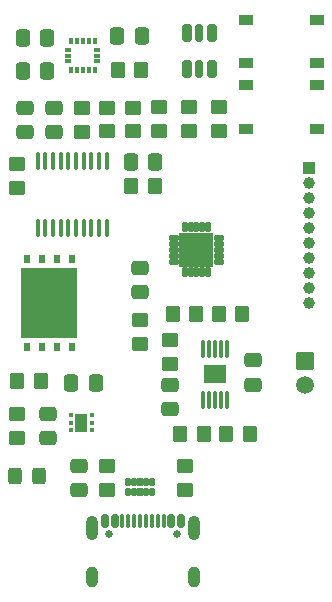
<source format=gbr>
%TF.GenerationSoftware,KiCad,Pcbnew,9.0.4*%
%TF.CreationDate,2025-09-15T16:29:57+02:00*%
%TF.ProjectId,stm32-mcu,73746d33-322d-46d6-9375-2e6b69636164,rev?*%
%TF.SameCoordinates,Original*%
%TF.FileFunction,Soldermask,Top*%
%TF.FilePolarity,Negative*%
%FSLAX46Y46*%
G04 Gerber Fmt 4.6, Leading zero omitted, Abs format (unit mm)*
G04 Created by KiCad (PCBNEW 9.0.4) date 2025-09-15 16:29:57*
%MOMM*%
%LPD*%
G01*
G04 APERTURE LIST*
G04 Aperture macros list*
%AMRoundRect*
0 Rectangle with rounded corners*
0 $1 Rounding radius*
0 $2 $3 $4 $5 $6 $7 $8 $9 X,Y pos of 4 corners*
0 Add a 4 corners polygon primitive as box body*
4,1,4,$2,$3,$4,$5,$6,$7,$8,$9,$2,$3,0*
0 Add four circle primitives for the rounded corners*
1,1,$1+$1,$2,$3*
1,1,$1+$1,$4,$5*
1,1,$1+$1,$6,$7*
1,1,$1+$1,$8,$9*
0 Add four rect primitives between the rounded corners*
20,1,$1+$1,$2,$3,$4,$5,0*
20,1,$1+$1,$4,$5,$6,$7,0*
20,1,$1+$1,$6,$7,$8,$9,0*
20,1,$1+$1,$8,$9,$2,$3,0*%
G04 Aperture macros list end*
%ADD10RoundRect,0.160000X-0.240000X0.565000X-0.240000X-0.565000X0.240000X-0.565000X0.240000X0.565000X0*%
%ADD11RoundRect,0.120000X-0.180000X0.605000X-0.180000X-0.605000X0.180000X-0.605000X0.180000X0.605000X0*%
%ADD12RoundRect,0.087500X0.087500X-0.187500X0.087500X0.187500X-0.087500X0.187500X-0.087500X-0.187500X0*%
%ADD13RoundRect,0.087500X0.187500X-0.087500X0.187500X0.087500X-0.187500X0.087500X-0.187500X-0.087500X0*%
%ADD14C,0.650000*%
%ADD15RoundRect,0.150000X-0.150000X-0.425000X0.150000X-0.425000X0.150000X0.425000X-0.150000X0.425000X0*%
%ADD16RoundRect,0.075000X-0.075000X-0.500000X0.075000X-0.500000X0.075000X0.500000X-0.075000X0.500000X0*%
%ADD17O,1.000000X2.100000*%
%ADD18O,1.000000X1.800000*%
%ADD19RoundRect,0.250000X-0.450000X0.350000X-0.450000X-0.350000X0.450000X-0.350000X0.450000X0.350000X0*%
%ADD20RoundRect,0.250000X-0.475000X0.337500X-0.475000X-0.337500X0.475000X-0.337500X0.475000X0.337500X0*%
%ADD21RoundRect,0.250000X-0.350000X-0.450000X0.350000X-0.450000X0.350000X0.450000X-0.350000X0.450000X0*%
%ADD22RoundRect,0.250000X0.475000X-0.337500X0.475000X0.337500X-0.475000X0.337500X-0.475000X-0.337500X0*%
%ADD23RoundRect,0.250000X0.450000X-0.350000X0.450000X0.350000X-0.450000X0.350000X-0.450000X-0.350000X0*%
%ADD24RoundRect,0.250000X0.337500X0.475000X-0.337500X0.475000X-0.337500X-0.475000X0.337500X-0.475000X0*%
%ADD25RoundRect,0.250000X0.325000X0.450000X-0.325000X0.450000X-0.325000X-0.450000X0.325000X-0.450000X0*%
%ADD26RoundRect,0.250000X-0.337500X-0.475000X0.337500X-0.475000X0.337500X0.475000X-0.337500X0.475000X0*%
%ADD27RoundRect,0.250000X0.350000X0.450000X-0.350000X0.450000X-0.350000X-0.450000X0.350000X-0.450000X0*%
%ADD28R,1.000000X1.000000*%
%ADD29C,1.000000*%
%ADD30RoundRect,0.102000X0.125000X-0.250000X0.125000X0.250000X-0.125000X0.250000X-0.125000X-0.250000X0*%
%ADD31RoundRect,0.102000X0.225000X-0.250000X0.225000X0.250000X-0.225000X0.250000X-0.225000X-0.250000X0*%
%ADD32RoundRect,0.125280X-0.331720X-0.106720X0.331720X-0.106720X0.331720X0.106720X-0.331720X0.106720X0*%
%ADD33RoundRect,0.125280X-0.106720X-0.331720X0.106720X-0.331720X0.106720X0.331720X-0.106720X0.331720X0*%
%ADD34RoundRect,0.102000X-1.350000X-1.350000X1.350000X-1.350000X1.350000X1.350000X-1.350000X1.350000X0*%
%ADD35RoundRect,0.102000X-0.500000X-0.350000X0.500000X-0.350000X0.500000X0.350000X-0.500000X0.350000X0*%
%ADD36R,0.508000X0.660400*%
%ADD37R,4.800600X5.994400*%
%ADD38RoundRect,0.093750X-0.093750X-0.106250X0.093750X-0.106250X0.093750X0.106250X-0.093750X0.106250X0*%
%ADD39R,1.000000X1.600000*%
%ADD40RoundRect,0.075000X0.075000X-0.650000X0.075000X0.650000X-0.075000X0.650000X-0.075000X-0.650000X0*%
%ADD41R,1.880000X1.570000*%
%ADD42RoundRect,0.100000X-0.100000X0.637500X-0.100000X-0.637500X0.100000X-0.637500X0.100000X0.637500X0*%
%ADD43RoundRect,0.102000X0.654000X-0.654000X0.654000X0.654000X-0.654000X0.654000X-0.654000X-0.654000X0*%
%ADD44C,1.512000*%
G04 APERTURE END LIST*
D10*
%TO.C,D2*%
X145805387Y-73754149D03*
D11*
X144755387Y-73754149D03*
D10*
X143705387Y-73754149D03*
X143705387Y-76804149D03*
D11*
X144755387Y-76804149D03*
D10*
X145805387Y-76804149D03*
%TD*%
D12*
%TO.C,U4*%
X133884752Y-76858842D03*
X134384752Y-76858842D03*
X134884752Y-76858842D03*
X135384752Y-76858842D03*
X135884752Y-76858842D03*
D13*
X136109752Y-76133842D03*
X136109752Y-75633842D03*
X136109752Y-75133842D03*
D12*
X135884752Y-74408842D03*
X135384752Y-74408842D03*
X134884752Y-74408842D03*
X134384752Y-74408842D03*
X133884752Y-74408842D03*
D13*
X133659752Y-75133842D03*
X133659752Y-75633842D03*
X133659752Y-76133842D03*
%TD*%
D14*
%TO.C,J1*%
X137085387Y-116104149D03*
X142865387Y-116104149D03*
D15*
X136775387Y-115029149D03*
X137575387Y-115029149D03*
D16*
X138725387Y-115029149D03*
X139725387Y-115029149D03*
X140225387Y-115029149D03*
X141225387Y-115029149D03*
D15*
X142375387Y-115029149D03*
X143175387Y-115029149D03*
X143175387Y-115029149D03*
X142375387Y-115029149D03*
D16*
X141725387Y-115029149D03*
X140725387Y-115029149D03*
X139225387Y-115029149D03*
X138225387Y-115029149D03*
D15*
X137575387Y-115029149D03*
X136775387Y-115029149D03*
D17*
X135655387Y-115604149D03*
D18*
X135655387Y-119784149D03*
D17*
X144295387Y-115604149D03*
D18*
X144295387Y-119784149D03*
%TD*%
D19*
%TO.C,R18*%
X143900387Y-80009149D03*
X143900387Y-82009149D03*
%TD*%
D20*
%TO.C,C14*%
X149310000Y-101430000D03*
X149310000Y-103505000D03*
%TD*%
D19*
%TO.C,R9*%
X136966658Y-80055547D03*
X136966658Y-82055547D03*
%TD*%
D21*
%TO.C,R1*%
X139007222Y-86704963D03*
X141007222Y-86704963D03*
%TD*%
D22*
%TO.C,C3*%
X134527221Y-112432500D03*
X134527221Y-110357500D03*
%TD*%
D23*
%TO.C,R14*%
X142240000Y-101720000D03*
X142240000Y-99720000D03*
%TD*%
D24*
%TO.C,C7*%
X131870358Y-76940286D03*
X129795358Y-76940286D03*
%TD*%
D25*
%TO.C,D1*%
X131170832Y-111219149D03*
X129120832Y-111219149D03*
%TD*%
D26*
%TO.C,C1*%
X138949242Y-84626249D03*
X141024242Y-84626249D03*
%TD*%
D27*
%TO.C,R13*%
X148405000Y-97545000D03*
X146405000Y-97545000D03*
%TD*%
D28*
%TO.C,J2*%
X154060387Y-85184149D03*
D29*
X154060387Y-86454149D03*
X154060387Y-87724149D03*
X154060387Y-88994149D03*
X154060387Y-90264149D03*
X154060387Y-91534149D03*
X154060387Y-92804149D03*
X154060387Y-94074149D03*
X154060387Y-95344149D03*
X154060387Y-96614149D03*
%TD*%
D30*
%TO.C,U5*%
X138735387Y-112560000D03*
X139235387Y-112560000D03*
D31*
X139735387Y-112560000D03*
D30*
X140235387Y-112560000D03*
X140735387Y-112560000D03*
X140735387Y-111760000D03*
X140235387Y-111760000D03*
D31*
X139735387Y-111760000D03*
D30*
X139235387Y-111760000D03*
X138735387Y-111760000D03*
%TD*%
D32*
%TO.C,U7*%
X142605000Y-91075000D03*
X142605000Y-91575000D03*
X142605000Y-92075000D03*
X142605000Y-92575000D03*
X142605000Y-93075000D03*
D33*
X143510000Y-93980000D03*
X144010000Y-93980000D03*
X144510000Y-93980000D03*
X145010000Y-93980000D03*
X145510000Y-93980000D03*
D32*
X146415000Y-93075000D03*
X146415000Y-92575000D03*
X146415000Y-92075000D03*
X146415000Y-91575000D03*
X146415000Y-91075000D03*
D33*
X145510000Y-90170000D03*
X145010000Y-90170000D03*
X144510000Y-90170000D03*
X144010000Y-90170000D03*
X143510000Y-90170000D03*
D34*
X144510000Y-92075000D03*
%TD*%
D26*
%TO.C,C4*%
X133905015Y-103388956D03*
X135980015Y-103388956D03*
%TD*%
D23*
%TO.C,R3*%
X143510000Y-112395000D03*
X143510000Y-110395000D03*
%TD*%
D35*
%TO.C,RESET1*%
X148695387Y-78164012D03*
X154695387Y-78164012D03*
X148695387Y-81864012D03*
X154695387Y-81864012D03*
%TD*%
D19*
%TO.C,R10*%
X134811875Y-80096051D03*
X134811875Y-82096051D03*
%TD*%
D20*
%TO.C,C6*%
X130016269Y-80042349D03*
X130016269Y-82117349D03*
%TD*%
%TO.C,C12*%
X139700000Y-93577500D03*
X139700000Y-95652500D03*
%TD*%
D36*
%TO.C,U3*%
X130157273Y-100335249D03*
X131427273Y-100335249D03*
X132697273Y-100335249D03*
X133967273Y-100335249D03*
X133967273Y-92893049D03*
X132697273Y-92893049D03*
X131427273Y-92893049D03*
X130157273Y-92893049D03*
D37*
X132062273Y-96614149D03*
%TD*%
D27*
%TO.C,R6*%
X139842308Y-76871223D03*
X137842308Y-76871223D03*
%TD*%
D38*
%TO.C,U2*%
X133870387Y-106076791D03*
X133870387Y-106726791D03*
X133870387Y-107376791D03*
X135645387Y-107376791D03*
X135645387Y-106726791D03*
X135645387Y-106076791D03*
D39*
X134757887Y-106726791D03*
%TD*%
D22*
%TO.C,C2*%
X132454529Y-82113781D03*
X132454529Y-80038781D03*
%TD*%
D19*
%TO.C,R5*%
X129295387Y-105990761D03*
X129295387Y-107990761D03*
%TD*%
%TO.C,R2*%
X139121439Y-80047446D03*
X139121439Y-82047446D03*
%TD*%
D24*
%TO.C,C9*%
X131886559Y-74177952D03*
X129811559Y-74177952D03*
%TD*%
D22*
%TO.C,C13*%
X142240000Y-105580000D03*
X142240000Y-103505000D03*
%TD*%
D23*
%TO.C,R4*%
X136939757Y-112395000D03*
X136939757Y-110395000D03*
%TD*%
D27*
%TO.C,R16*%
X144510000Y-97545000D03*
X142510000Y-97545000D03*
%TD*%
D19*
%TO.C,R19*%
X146440387Y-80009149D03*
X146440387Y-82009149D03*
%TD*%
D35*
%TO.C,BOOT1*%
X148705293Y-72590722D03*
X154705293Y-72590722D03*
X148705293Y-76290722D03*
X154705293Y-76290722D03*
%TD*%
D19*
%TO.C,R17*%
X141360387Y-80009149D03*
X141360387Y-82009149D03*
%TD*%
%TO.C,R8*%
X129323661Y-84836976D03*
X129323661Y-86836976D03*
%TD*%
D21*
%TO.C,R12*%
X147040000Y-107705000D03*
X149040000Y-107705000D03*
%TD*%
D40*
%TO.C,U8*%
X145054812Y-104775000D03*
X145554812Y-104775000D03*
X146054812Y-104775000D03*
X146554812Y-104775000D03*
X147054812Y-104775000D03*
X147054812Y-100475000D03*
X146554812Y-100475000D03*
X146054812Y-100475000D03*
X145554812Y-100475000D03*
X145054812Y-100475000D03*
D41*
X146054812Y-102625000D03*
%TD*%
D19*
%TO.C,R15*%
X139700000Y-98060000D03*
X139700000Y-100060000D03*
%TD*%
D21*
%TO.C,R7*%
X129314782Y-103199641D03*
X131314782Y-103199641D03*
%TD*%
D24*
%TO.C,C8*%
X139865733Y-73950812D03*
X137790733Y-73950812D03*
%TD*%
D22*
%TO.C,C5*%
X131953363Y-108017085D03*
X131953363Y-105942085D03*
%TD*%
D27*
%TO.C,R11*%
X145145000Y-107705000D03*
X143145000Y-107705000D03*
%TD*%
D42*
%TO.C,U1*%
X136915387Y-84539149D03*
X136265387Y-84539149D03*
X135615387Y-84539149D03*
X134965387Y-84539149D03*
X134315387Y-84539149D03*
X133665387Y-84539149D03*
X133015387Y-84539149D03*
X132365387Y-84539149D03*
X131715387Y-84539149D03*
X131065387Y-84539149D03*
X131065387Y-90264149D03*
X131715387Y-90264149D03*
X132365387Y-90264149D03*
X133015387Y-90264149D03*
X133665387Y-90264149D03*
X134315387Y-90264149D03*
X134965387Y-90264149D03*
X135615387Y-90264149D03*
X136265387Y-90264149D03*
X136915387Y-90264149D03*
%TD*%
D43*
%TO.C,J3*%
X153670000Y-101505000D03*
D44*
X153670000Y-103505000D03*
%TD*%
M02*

</source>
